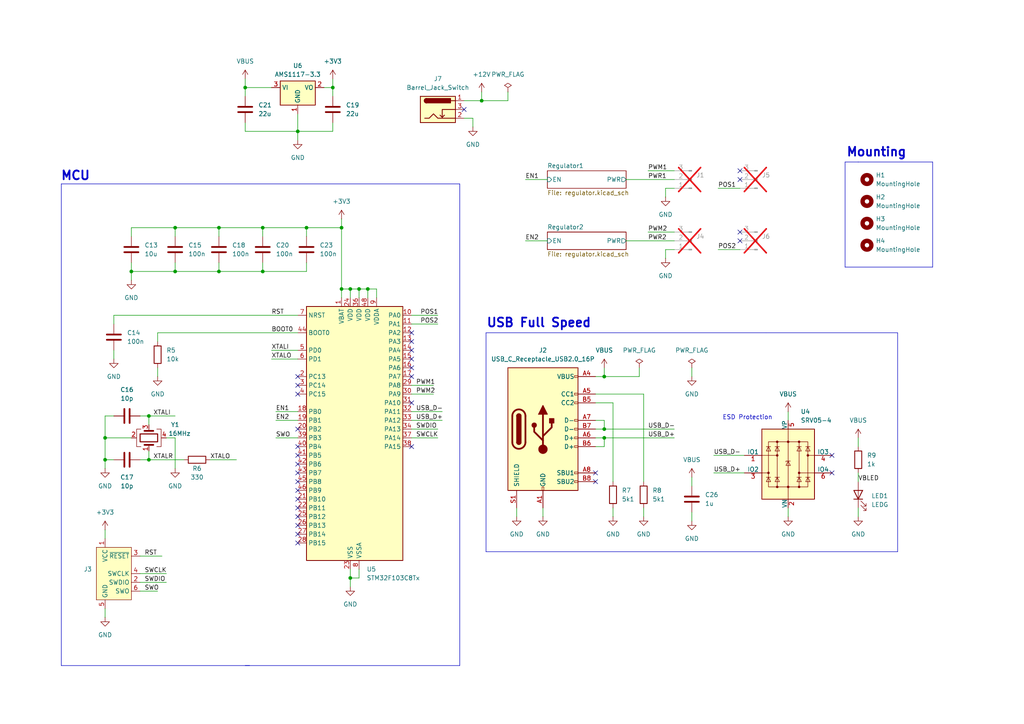
<source format=kicad_sch>
(kicad_sch (version 20231120) (generator "eeschema") (generator_version "8.0")
  (paper "A4")
  (lib_symbols
    (symbol "Connector:Barrel_Jack_Switch" (pin_names hide)
      (property "Reference" "J" (at 0 5.334 0))
      (property "Value" "Barrel_Jack_Switch" (at 0 -5.08 0))
      (symbol "Barrel_Jack_Switch_1_1"
        (pin passive line (at 7.62 2.54 180) (length 2.54) (name "~") (number "1"))
        (pin passive line (at 7.62 -2.54 180) (length 2.54) (name "~") (number "2"))
        (pin passive line (at 7.62 0 180) (length 2.54) (name "~") (number "3"))
      )
    )
    (symbol "Connector:Conn_01x03_Pin" (pin_names (offset 1.016) hide)
      (property "Reference" "J" (at 0 5.08 0))
      (property "Value" "Conn_01x03_Pin" (at 0 -5.08 0))
      (symbol "Conn_01x03_Pin_1_1"
        (pin passive line (at 5.08 2.54 180) (length 3.81) (name "Pin_1") (number "1"))
        (pin passive line (at 5.08 0 180) (length 3.81) (name "Pin_2") (number "2"))
        (pin passive line (at 5.08 -2.54 180) (length 3.81) (name "Pin_3") (number "3"))
      )
    )
    (symbol "Connector:Conn_ARM_SWD_TagConnect_TC2030-NL" (in_bom no)
      (property "Reference" "J" (at 2.54 11.43 0))
      (property "Value" "Conn_ARM_SWD_TagConnect_TC2030-NL" (at 2.54 8.89 0))
      (symbol "Conn_ARM_SWD_TagConnect_TC2030-NL_0_0"
        (pin power_in line (at -2.54 10.16 270) (length 2.54) (name "VCC") (number "1"))
        (pin bidirectional line (at 7.62 -2.54 180) (length 2.54) (name "SWDIO") (number "2"))
        (pin open_collector line (at 7.62 5.08 180) (length 2.54) (name "~{RESET}") (number "3"))
        (pin output line (at 7.62 0 180) (length 2.54) (name "SWCLK") (number "4"))
        (pin power_in line (at -2.54 -10.16 90) (length 2.54) (name "GND") (number "5"))
        (pin input line (at 7.62 -5.08 180) (length 2.54) (name "SWO") (number "6"))
      )
    )
    (symbol "Connector:USB_C_Receptacle_USB2.0_16P" (pin_names (offset 1.016))
      (property "Reference" "J" (at 0 22.225 0))
      (property "Value" "USB_C_Receptacle_USB2.0_16P" (at 0 19.685 0))
      (symbol "USB_C_Receptacle_USB2.0_16P_1_1"
        (pin passive line (at 0 -22.86 90) (length 5.08) (name "GND") (number "A1"))
        (pin passive line (at 0 -22.86 90) (length 5.08) hide (name "GND") (number "A12"))
        (pin passive line (at 15.24 15.24 180) (length 5.08) (name "VBUS") (number "A4"))
        (pin bidirectional line (at 15.24 10.16 180) (length 5.08) (name "CC1") (number "A5"))
        (pin bidirectional line (at 15.24 -2.54 180) (length 5.08) (name "D+") (number "A6"))
        (pin bidirectional line (at 15.24 2.54 180) (length 5.08) (name "D-") (number "A7"))
        (pin bidirectional line (at 15.24 -12.7 180) (length 5.08) (name "SBU1") (number "A8"))
        (pin passive line (at 15.24 15.24 180) (length 5.08) hide (name "VBUS") (number "A9"))
        (pin passive line (at 0 -22.86 90) (length 5.08) hide (name "GND") (number "B1"))
        (pin passive line (at 0 -22.86 90) (length 5.08) hide (name "GND") (number "B12"))
        (pin passive line (at 15.24 15.24 180) (length 5.08) hide (name "VBUS") (number "B4"))
        (pin bidirectional line (at 15.24 7.62 180) (length 5.08) (name "CC2") (number "B5"))
        (pin bidirectional line (at 15.24 -5.08 180) (length 5.08) (name "D+") (number "B6"))
        (pin bidirectional line (at 15.24 0 180) (length 5.08) (name "D-") (number "B7"))
        (pin bidirectional line (at 15.24 -15.24 180) (length 5.08) (name "SBU2") (number "B8"))
        (pin passive line (at 15.24 15.24 180) (length 5.08) hide (name "VBUS") (number "B9"))
        (pin passive line (at -7.62 -22.86 90) (length 5.08) (name "SHIELD") (number "S1"))
      )
    )
    (symbol "Device:C" (pin_numbers hide) (pin_names (offset 0.254))
      (property "Reference" "C" (at 0.635 2.54 0))
      (property "Value" "C" (at 0.635 -2.54 0))
      (symbol "C_1_1"
        (pin passive line (at 0 3.81 270) (length 2.794) (name "~") (number "1"))
        (pin passive line (at 0 -3.81 90) (length 2.794) (name "~") (number "2"))
      )
    )
    (symbol "Device:Crystal_GND24" (pin_names (offset 1.016) hide)
      (property "Reference" "Y" (at 3.175 5.08 0))
      (property "Value" "Crystal_GND24" (at 3.175 3.175 0))
      (symbol "Crystal_GND24_1_1"
        (pin passive line (at -3.81 0 0) (length 1.27) (name "1") (number "1"))
        (pin passive line (at 0 5.08 270) (length 1.27) (name "2") (number "2"))
        (pin passive line (at 3.81 0 180) (length 1.27) (name "3") (number "3"))
        (pin passive line (at 0 -5.08 90) (length 1.27) (name "4") (number "4"))
      )
    )
    (symbol "Device:LED" (pin_numbers hide) (pin_names (offset 1.016) hide)
      (property "Reference" "D" (at 0 2.54 0))
      (property "Value" "LED" (at 0 -2.54 0))
      (symbol "LED_1_1"
        (pin passive line (at -3.81 0 0) (length 2.54) (name "K") (number "1"))
        (pin passive line (at 3.81 0 180) (length 2.54) (name "A") (number "2"))
      )
    )
    (symbol "Device:R" (pin_numbers hide) (pin_names (offset 0))
      (property "Reference" "R" (at 2.032 0 90))
      (property "Value" "R" (at 0 0 90))
      (symbol "R_1_1"
        (pin passive line (at 0 3.81 270) (length 1.27) (name "~") (number "1"))
        (pin passive line (at 0 -3.81 90) (length 1.27) (name "~") (number "2"))
      )
    )
    (symbol "GND_1" (power) (pin_numbers hide) (pin_names (offset 0) hide)
      (property "Value" "GND" (at 0 -3.81 0))
      (symbol "GND_1_1_1"
        (pin power_in line (at 0 0 270) (length 0) (name "~") (number "1"))
      )
    )
    (symbol "GND_10" (power) (pin_numbers hide) (pin_names (offset 0) hide)
      (property "Value" "GND" (at 0 -3.81 0))
      (symbol "GND_10_1_1"
        (pin power_in line (at 0 0 270) (length 0) (name "~") (number "1"))
      )
    )
    (symbol "GND_12" (power) (pin_numbers hide) (pin_names (offset 0) hide)
      (property "Value" "GND" (at 0 -3.81 0))
      (symbol "GND_12_1_1"
        (pin power_in line (at 0 0 270) (length 0) (name "~") (number "1"))
      )
    )
    (symbol "GND_13" (power) (pin_numbers hide) (pin_names (offset 0) hide)
      (property "Value" "GND" (at 0 -3.81 0))
      (symbol "GND_13_1_1"
        (pin power_in line (at 0 0 270) (length 0) (name "~") (number "1"))
      )
    )
    (symbol "GND_14" (power) (pin_numbers hide) (pin_names (offset 0) hide)
      (property "Value" "GND" (at 0 -3.81 0))
      (symbol "GND_14_1_1"
        (pin power_in line (at 0 0 270) (length 0) (name "~") (number "1"))
      )
    )
    (symbol "GND_16" (power) (pin_numbers hide) (pin_names (offset 0) hide)
      (property "Value" "GND" (at 0 -3.81 0))
      (symbol "GND_16_1_1"
        (pin power_in line (at 0 0 270) (length 0) (name "~") (number "1"))
      )
    )
    (symbol "GND_17" (power) (pin_numbers hide) (pin_names (offset 0) hide)
      (property "Value" "GND" (at 0 -3.81 0))
      (symbol "GND_17_1_1"
        (pin power_in line (at 0 0 270) (length 0) (name "~") (number "1"))
      )
    )
    (symbol "GND_2" (power) (pin_numbers hide) (pin_names (offset 0) hide)
      (property "Value" "GND" (at 0 -3.81 0))
      (symbol "GND_2_1_1"
        (pin power_in line (at 0 0 270) (length 0) (name "~") (number "1"))
      )
    )
    (symbol "GND_6" (power) (pin_numbers hide) (pin_names (offset 0) hide)
      (property "Value" "GND" (at 0 -3.81 0))
      (symbol "GND_6_1_1"
        (pin power_in line (at 0 0 270) (length 0) (name "~") (number "1"))
      )
    )
    (symbol "GND_9" (power) (pin_numbers hide) (pin_names (offset 0) hide)
      (property "Value" "GND" (at 0 -3.81 0))
      (symbol "GND_9_1_1"
        (pin power_in line (at 0 0 270) (length 0) (name "~") (number "1"))
      )
    )
    (symbol "MCU_ST_STM32F1:STM32F103C8Tx"
      (property "Reference" "U" (at -12.7 39.37 0))
      (property "Value" "STM32F103C8Tx" (at 10.16 39.37 0))
      (symbol "STM32F103C8Tx_1_1"
        (pin power_in line (at -2.54 40.64 270) (length 2.54) (name "VBAT") (number "1"))
        (pin bidirectional line (at 17.78 35.56 180) (length 2.54) (name "PA0") (number "10"))
        (pin bidirectional line (at 17.78 33.02 180) (length 2.54) (name "PA1") (number "11"))
        (pin bidirectional line (at 17.78 30.48 180) (length 2.54) (name "PA2") (number "12"))
        (pin bidirectional line (at 17.78 27.94 180) (length 2.54) (name "PA3") (number "13"))
        (pin bidirectional line (at 17.78 25.4 180) (length 2.54) (name "PA4") (number "14"))
        (pin bidirectional line (at 17.78 22.86 180) (length 2.54) (name "PA5") (number "15"))
        (pin bidirectional line (at 17.78 20.32 180) (length 2.54) (name "PA6") (number "16"))
        (pin bidirectional line (at 17.78 17.78 180) (length 2.54) (name "PA7") (number "17"))
        (pin bidirectional line (at -15.24 7.62 0) (length 2.54) (name "PB0") (number "18"))
        (pin bidirectional line (at -15.24 5.08 0) (length 2.54) (name "PB1") (number "19"))
        (pin bidirectional line (at -15.24 17.78 0) (length 2.54) (name "PC13") (number "2"))
        (pin bidirectional line (at -15.24 2.54 0) (length 2.54) (name "PB2") (number "20"))
        (pin bidirectional line (at -15.24 -17.78 0) (length 2.54) (name "PB10") (number "21"))
        (pin bidirectional line (at -15.24 -20.32 0) (length 2.54) (name "PB11") (number "22"))
        (pin power_in line (at 0 -38.1 90) (length 2.54) (name "VSS") (number "23"))
        (pin power_in line (at 0 40.64 270) (length 2.54) (name "VDD") (number "24"))
        (pin bidirectional line (at -15.24 -22.86 0) (length 2.54) (name "PB12") (number "25"))
        (pin bidirectional line (at -15.24 -25.4 0) (length 2.54) (name "PB13") (number "26"))
        (pin bidirectional line (at -15.24 -27.94 0) (length 2.54) (name "PB14") (number "27"))
        (pin bidirectional line (at -15.24 -30.48 0) (length 2.54) (name "PB15") (number "28"))
        (pin bidirectional line (at 17.78 15.24 180) (length 2.54) (name "PA8") (number "29"))
        (pin bidirectional line (at -15.24 15.24 0) (length 2.54) (name "PC14") (number "3"))
        (pin bidirectional line (at 17.78 12.7 180) (length 2.54) (name "PA9") (number "30"))
        (pin bidirectional line (at 17.78 10.16 180) (length 2.54) (name "PA10") (number "31"))
        (pin bidirectional line (at 17.78 7.62 180) (length 2.54) (name "PA11") (number "32"))
        (pin bidirectional line (at 17.78 5.08 180) (length 2.54) (name "PA12") (number "33"))
        (pin bidirectional line (at 17.78 2.54 180) (length 2.54) (name "PA13") (number "34"))
        (pin passive line (at 0 -38.1 90) (length 2.54) hide (name "VSS") (number "35"))
        (pin power_in line (at 2.54 40.64 270) (length 2.54) (name "VDD") (number "36"))
        (pin bidirectional line (at 17.78 0 180) (length 2.54) (name "PA14") (number "37"))
        (pin bidirectional line (at 17.78 -2.54 180) (length 2.54) (name "PA15") (number "38"))
        (pin bidirectional line (at -15.24 0 0) (length 2.54) (name "PB3") (number "39"))
        (pin bidirectional line (at -15.24 12.7 0) (length 2.54) (name "PC15") (number "4"))
        (pin bidirectional line (at -15.24 -2.54 0) (length 2.54) (name "PB4") (number "40"))
        (pin bidirectional line (at -15.24 -5.08 0) (length 2.54) (name "PB5") (number "41"))
        (pin bidirectional line (at -15.24 -7.62 0) (length 2.54) (name "PB6") (number "42"))
        (pin bidirectional line (at -15.24 -10.16 0) (length 2.54) (name "PB7") (number "43"))
        (pin input line (at -15.24 30.48 0) (length 2.54) (name "BOOT0") (number "44"))
        (pin bidirectional line (at -15.24 -12.7 0) (length 2.54) (name "PB8") (number "45"))
        (pin bidirectional line (at -15.24 -15.24 0) (length 2.54) (name "PB9") (number "46"))
        (pin passive line (at 0 -38.1 90) (length 2.54) hide (name "VSS") (number "47"))
        (pin power_in line (at 5.08 40.64 270) (length 2.54) (name "VDD") (number "48"))
        (pin bidirectional line (at -15.24 25.4 0) (length 2.54) (name "PD0") (number "5"))
        (pin bidirectional line (at -15.24 22.86 0) (length 2.54) (name "PD1") (number "6"))
        (pin input line (at -15.24 35.56 0) (length 2.54) (name "NRST") (number "7"))
        (pin power_in line (at 2.54 -38.1 90) (length 2.54) (name "VSSA") (number "8"))
        (pin power_in line (at 7.62 40.64 270) (length 2.54) (name "VDDA") (number "9"))
      )
    )
    (symbol "Mechanical:MountingHole" (pin_names (offset 1.016)) (exclude_from_sim yes) (in_bom no)
      (property "Reference" "H" (at 0 5.08 0))
      (property "Value" "MountingHole" (at 0 3.175 0))
    )
    (symbol "Power_Protection:SRV05-4" (pin_names (offset 0))
      (property "Reference" "U" (at -5.08 11.43 0))
      (property "Value" "SRV05-4" (at 2.54 11.43 0))
      (symbol "SRV05-4_1_1"
        (pin passive line (at -12.7 2.54 0) (length 5.08) (name "IO1") (number "1"))
        (pin passive line (at 0 -12.7 90) (length 2.54) (name "VN") (number "2"))
        (pin passive line (at -12.7 -2.54 0) (length 5.08) (name "IO2") (number "3"))
        (pin passive line (at 12.7 2.54 180) (length 5.08) (name "IO3") (number "4"))
        (pin passive line (at 0 12.7 270) (length 2.54) (name "VP") (number "5"))
        (pin passive line (at 12.7 -2.54 180) (length 5.08) (name "IO4") (number "6"))
      )
    )
    (symbol "Regulator_Linear:AMS1117-3.3"
      (property "Reference" "U" (at -3.81 3.175 0))
      (property "Value" "AMS1117-3.3" (at 0 3.175 0))
      (symbol "AMS1117-3.3_1_1"
        (pin power_in line (at 0 -7.62 90) (length 2.54) (name "GND") (number "1"))
        (pin power_out line (at 7.62 0 180) (length 2.54) (name "VO") (number "2"))
        (pin power_in line (at -7.62 0 0) (length 2.54) (name "VI") (number "3"))
      )
    )
    (symbol "power:+12V" (power) (pin_numbers hide) (pin_names (offset 0) hide)
      (property "Value" "+12V" (at 0 3.556 0))
      (symbol "+12V_1_1"
        (pin power_in line (at 0 0 90) (length 0) (name "~") (number "1"))
      )
    )
    (symbol "power:+3V3" (power) (pin_numbers hide) (pin_names (offset 0) hide)
      (property "Value" "+3V3" (at 0 3.556 0))
      (symbol "+3V3_1_1"
        (pin power_in line (at 0 0 90) (length 0) (name "~") (number "1"))
      )
    )
    (symbol "power:GND" (power) (pin_numbers hide) (pin_names (offset 0) hide)
      (property "Value" "GND" (at 0 -3.81 0))
      (symbol "GND_1_1"
        (pin power_in line (at 0 0 270) (length 0) (name "~") (number "1"))
      )
    )
    (symbol "power:PWR_FLAG" (power) (pin_numbers hide) (pin_names (offset 0) hide)
      (property "Value" "PWR_FLAG" (at 0 3.81 0))
      (symbol "PWR_FLAG_0_0"
        (pin power_out line (at 0 0 90) (length 0) (name "~") (number "1"))
      )
    )
    (symbol "power:VBUS" (power) (pin_numbers hide) (pin_names (offset 0) hide)
      (property "Value" "VBUS" (at 0 3.556 0))
      (symbol "VBUS_1_1"
        (pin power_in line (at 0 0 90) (length 0) (name "~") (number "1"))
      )
    )
    (symbol "power:VDD" (power) (pin_numbers hide) (pin_names (offset 0) hide)
      (property "Value" "VDD" (at 0 3.556 0))
      (symbol "VDD_1_1"
        (pin power_in line (at 0 0 90) (length 0) (name "~") (number "1"))
      )
    )
  )
  (junction (at 76.2 78.74))
  (junction (at 99.06 83.82))
  (junction (at 30.48 127))
  (junction (at 96.52 25.4))
  (junction (at 86.36 38.1))
  (junction (at 106.68 83.82))
  (junction (at 99.06 66.04))
  (junction (at 63.5 78.74))
  (junction (at 175.26 127))
  (junction (at 139.7 29.21))
  (junction (at 88.9 66.04))
  (junction (at 30.48 133.35))
  (junction (at 101.6 83.82))
  (junction (at 175.26 124.46))
  (junction (at 175.26 109.22))
  (junction (at 63.5 66.04))
  (junction (at 50.8 66.04))
  (junction (at 71.12 25.4))
  (junction (at 38.1 78.74))
  (junction (at 76.2 66.04))
  (junction (at 104.14 83.82))
  (junction (at 43.18 120.65))
  (junction (at 101.6 167.64))
  (junction (at 50.8 78.74))
  (junction (at 43.18 133.35))
  (no_connect (at 119.38 129.54))
  (no_connect (at 214.63 49.53))
  (no_connect (at 241.3 137.16))
  (no_connect (at 86.36 109.22))
  (no_connect (at 119.38 106.68))
  (no_connect (at 86.36 139.7))
  (no_connect (at 119.38 96.52))
  (no_connect (at 119.38 104.14))
  (no_connect (at 86.36 134.62))
  (no_connect (at 86.36 152.4))
  (no_connect (at 86.36 149.86))
  (no_connect (at 214.63 52.07))
  (no_connect (at 172.72 139.7))
  (no_connect (at 86.36 137.16))
  (no_connect (at 86.36 111.76))
  (no_connect (at 86.36 132.08))
  (no_connect (at 86.36 147.32))
  (no_connect (at 86.36 114.3))
  (no_connect (at 86.36 129.54))
  (no_connect (at 119.38 101.6))
  (no_connect (at 119.38 116.84))
  (no_connect (at 86.36 144.78))
  (no_connect (at 172.72 137.16))
  (no_connect (at 119.38 109.22))
  (no_connect (at 241.3 132.08))
  (no_connect (at 86.36 124.46))
  (no_connect (at 134.62 31.75))
  (no_connect (at 214.63 67.31))
  (no_connect (at 214.63 69.85))
  (no_connect (at 119.38 99.06))
  (no_connect (at 86.36 154.94))
  (no_connect (at 86.36 142.24))
  (no_connect (at 86.36 157.48))
  (wire (pts (xy 76.2 78.74) (xy 88.9 78.74)))
  (wire (pts (xy 106.68 83.82) (xy 106.68 86.36)))
  (wire (pts (xy 139.7 29.21) (xy 147.32 29.21)))
  (wire (pts (xy 101.6 165.1) (xy 101.6 167.64)))
  (polyline (pts (xy 245.11 77.47) (xy 245.11 46.99)))
  (wire (pts (xy 38.1 68.58) (xy 38.1 66.04)))
  (wire (pts (xy 248.92 127) (xy 248.92 129.54)))
  (wire (pts (xy 86.36 96.52) (xy 45.72 96.52)))
  (wire (pts (xy 185.42 109.22) (xy 175.26 109.22)))
  (wire (pts (xy 172.72 129.54) (xy 175.26 129.54)))
  (wire (pts (xy 193.04 54.61) (xy 195.58 54.61)))
  (wire (pts (xy 137.16 36.83) (xy 137.16 34.29)))
  (polyline (pts (xy 270.51 77.47) (xy 245.11 77.47)))
  (wire (pts (xy 30.48 135.89) (xy 30.48 133.35)))
  (wire (pts (xy 186.69 147.32) (xy 186.69 149.86)))
  (wire (pts (xy 119.38 121.92) (xy 128.27 121.92)))
  (wire (pts (xy 43.18 133.35) (xy 40.64 133.35)))
  (wire (pts (xy 50.8 127) (xy 50.8 135.89)))
  (wire (pts (xy 78.74 101.6) (xy 86.36 101.6)))
  (wire (pts (xy 80.01 127) (xy 86.36 127)))
  (wire (pts (xy 185.42 106.68) (xy 185.42 109.22)))
  (wire (pts (xy 181.61 69.85) (xy 195.58 69.85)))
  (polyline (pts (xy 245.11 46.99) (xy 248.92 46.99)))
  (polyline (pts (xy 17.78 193.04) (xy 72.39 193.04)))
  (wire (pts (xy 40.64 168.91) (xy 48.26 168.91)))
  (wire (pts (xy 99.06 83.82) (xy 99.06 86.36)))
  (polyline (pts (xy 222.25 96.52) (xy 260.35 96.52)))
  (wire (pts (xy 43.18 130.81) (xy 43.18 133.35)))
  (wire (pts (xy 38.1 78.74) (xy 50.8 78.74)))
  (wire (pts (xy 71.12 35.56) (xy 71.12 38.1)))
  (wire (pts (xy 30.48 127) (xy 38.1 127)))
  (wire (pts (xy 172.72 121.92) (xy 175.26 121.92)))
  (wire (pts (xy 193.04 72.39) (xy 195.58 72.39)))
  (wire (pts (xy 43.18 133.35) (xy 53.34 133.35)))
  (wire (pts (xy 175.26 127) (xy 195.58 127)))
  (wire (pts (xy 200.66 148.59) (xy 200.66 151.13)))
  (wire (pts (xy 119.38 114.3) (xy 125.73 114.3)))
  (wire (pts (xy 76.2 76.2) (xy 76.2 78.74)))
  (wire (pts (xy 119.38 93.98) (xy 127 93.98)))
  (wire (pts (xy 99.06 83.82) (xy 101.6 83.82)))
  (wire (pts (xy 88.9 66.04) (xy 76.2 66.04)))
  (wire (pts (xy 175.26 106.68) (xy 175.26 109.22)))
  (wire (pts (xy 99.06 63.5) (xy 99.06 66.04)))
  (wire (pts (xy 88.9 66.04) (xy 99.06 66.04)))
  (wire (pts (xy 33.02 91.44) (xy 86.36 91.44)))
  (wire (pts (xy 45.72 96.52) (xy 45.72 99.06)))
  (wire (pts (xy 43.18 120.65) (xy 50.8 120.65)))
  (wire (pts (xy 30.48 120.65) (xy 33.02 120.65)))
  (wire (pts (xy 207.01 132.08) (xy 215.9 132.08)))
  (wire (pts (xy 63.5 76.2) (xy 63.5 78.74)))
  (wire (pts (xy 175.26 121.92) (xy 175.26 124.46)))
  (wire (pts (xy 43.18 120.65) (xy 40.64 120.65)))
  (wire (pts (xy 30.48 127) (xy 30.48 120.65)))
  (wire (pts (xy 76.2 66.04) (xy 76.2 68.58)))
  (wire (pts (xy 50.8 66.04) (xy 63.5 66.04)))
  (wire (pts (xy 80.01 121.92) (xy 86.36 121.92)))
  (polyline (pts (xy 248.92 46.99) (xy 270.51 46.99)))
  (polyline (pts (xy 17.78 53.34) (xy 17.78 193.04)))
  (wire (pts (xy 50.8 76.2) (xy 50.8 78.74)))
  (wire (pts (xy 119.38 124.46) (xy 127 124.46)))
  (wire (pts (xy 38.1 66.04) (xy 50.8 66.04)))
  (wire (pts (xy 38.1 78.74) (xy 38.1 81.28)))
  (wire (pts (xy 119.38 91.44) (xy 127 91.44)))
  (wire (pts (xy 186.69 114.3) (xy 186.69 139.7)))
  (wire (pts (xy 63.5 78.74) (xy 76.2 78.74)))
  (wire (pts (xy 106.68 83.82) (xy 109.22 83.82)))
  (wire (pts (xy 109.22 83.82) (xy 109.22 86.36)))
  (wire (pts (xy 101.6 167.64) (xy 104.14 167.64)))
  (wire (pts (xy 63.5 66.04) (xy 76.2 66.04)))
  (wire (pts (xy 147.32 29.21) (xy 147.32 26.67)))
  (polyline (pts (xy 133.35 193.04) (xy 133.35 53.34)))
  (wire (pts (xy 177.8 139.7) (xy 177.8 116.84)))
  (wire (pts (xy 96.52 25.4) (xy 96.52 27.94)))
  (wire (pts (xy 88.9 66.04) (xy 88.9 68.58)))
  (polyline (pts (xy 260.35 160.02) (xy 140.97 160.02)))
  (wire (pts (xy 139.7 29.21) (xy 134.62 29.21)))
  (wire (pts (xy 60.96 133.35) (xy 68.58 133.35)))
  (wire (pts (xy 177.8 116.84) (xy 172.72 116.84)))
  (polyline (pts (xy 71.12 193.04) (xy 133.35 193.04)))
  (wire (pts (xy 119.38 119.38) (xy 128.27 119.38)))
  (wire (pts (xy 157.48 147.32) (xy 157.48 149.86)))
  (wire (pts (xy 248.92 137.16) (xy 248.92 139.7)))
  (wire (pts (xy 228.6 119.38) (xy 228.6 121.92)))
  (wire (pts (xy 38.1 76.2) (xy 38.1 78.74)))
  (wire (pts (xy 43.18 123.19) (xy 43.18 120.65)))
  (wire (pts (xy 207.01 137.16) (xy 215.9 137.16)))
  (wire (pts (xy 193.04 72.39) (xy 193.04 74.93)))
  (wire (pts (xy 78.74 104.14) (xy 86.36 104.14)))
  (wire (pts (xy 50.8 68.58) (xy 50.8 66.04)))
  (wire (pts (xy 137.16 34.29) (xy 134.62 34.29)))
  (wire (pts (xy 104.14 83.82) (xy 104.14 86.36)))
  (wire (pts (xy 208.28 72.39) (xy 214.63 72.39)))
  (wire (pts (xy 30.48 153.67) (xy 30.48 156.21)))
  (wire (pts (xy 175.26 109.22) (xy 172.72 109.22)))
  (wire (pts (xy 30.48 133.35) (xy 30.48 127)))
  (wire (pts (xy 200.66 106.68) (xy 200.66 109.22)))
  (wire (pts (xy 187.96 49.53) (xy 195.58 49.53)))
  (wire (pts (xy 96.52 25.4) (xy 93.98 25.4)))
  (wire (pts (xy 33.02 93.98) (xy 33.02 91.44)))
  (wire (pts (xy 50.8 127) (xy 48.26 127)))
  (wire (pts (xy 71.12 25.4) (xy 78.74 25.4)))
  (polyline (pts (xy 140.97 160.02) (xy 140.97 96.52)))
  (wire (pts (xy 45.72 106.68) (xy 45.72 109.22)))
  (wire (pts (xy 99.06 66.04) (xy 99.06 83.82)))
  (polyline (pts (xy 260.35 96.52) (xy 260.35 160.02)))
  (wire (pts (xy 40.64 161.29) (xy 46.99 161.29)))
  (wire (pts (xy 187.96 67.31) (xy 195.58 67.31)))
  (wire (pts (xy 40.64 166.37) (xy 48.26 166.37)))
  (wire (pts (xy 149.86 147.32) (xy 149.86 149.86)))
  (wire (pts (xy 30.48 176.53) (xy 30.48 179.07)))
  (wire (pts (xy 101.6 167.64) (xy 101.6 170.18)))
  (wire (pts (xy 101.6 83.82) (xy 104.14 83.82)))
  (wire (pts (xy 50.8 78.74) (xy 63.5 78.74)))
  (wire (pts (xy 104.14 83.82) (xy 106.68 83.82)))
  (wire (pts (xy 30.48 133.35) (xy 33.02 133.35)))
  (wire (pts (xy 71.12 22.86) (xy 71.12 25.4)))
  (wire (pts (xy 71.12 27.94) (xy 71.12 25.4)))
  (polyline (pts (xy 140.97 96.52) (xy 222.25 96.52)))
  (wire (pts (xy 63.5 66.04) (xy 63.5 68.58)))
  (wire (pts (xy 228.6 147.32) (xy 228.6 149.86)))
  (wire (pts (xy 119.38 127) (xy 127 127)))
  (wire (pts (xy 101.6 83.82) (xy 101.6 86.36)))
  (wire (pts (xy 96.52 22.86) (xy 96.52 25.4)))
  (wire (pts (xy 172.72 124.46) (xy 175.26 124.46)))
  (wire (pts (xy 139.7 29.21) (xy 139.7 26.67)))
  (wire (pts (xy 200.66 138.43) (xy 200.66 140.97)))
  (wire (pts (xy 40.64 171.45) (xy 45.72 171.45)))
  (wire (pts (xy 175.26 124.46) (xy 195.58 124.46)))
  (wire (pts (xy 86.36 33.02) (xy 86.36 38.1)))
  (wire (pts (xy 172.72 114.3) (xy 186.69 114.3)))
  (wire (pts (xy 177.8 147.32) (xy 177.8 149.86)))
  (wire (pts (xy 86.36 38.1) (xy 86.36 40.64)))
  (wire (pts (xy 181.61 52.07) (xy 195.58 52.07)))
  (wire (pts (xy 80.01 119.38) (xy 86.36 119.38)))
  (wire (pts (xy 193.04 54.61) (xy 193.04 57.15)))
  (wire (pts (xy 71.12 38.1) (xy 86.36 38.1)))
  (wire (pts (xy 172.72 127) (xy 175.26 127)))
  (wire (pts (xy 86.36 38.1) (xy 96.52 38.1)))
  (wire (pts (xy 152.4 52.07) (xy 158.75 52.07)))
  (wire (pts (xy 175.26 129.54) (xy 175.26 127)))
  (wire (pts (xy 119.38 111.76) (xy 125.73 111.76)))
  (wire (pts (xy 104.14 167.64) (xy 104.14 165.1)))
  (wire (pts (xy 96.52 38.1) (xy 96.52 35.56)))
  (wire (pts (xy 152.4 69.85) (xy 158.75 69.85)))
  (wire (pts (xy 248.92 147.32) (xy 248.92 149.86)))
  (wire (pts (xy 208.28 54.61) (xy 214.63 54.61)))
  (wire (pts (xy 33.02 101.6) (xy 33.02 104.14)))
  (polyline (pts (xy 133.35 53.34) (xy 17.78 53.34)))
  (wire (pts (xy 88.9 76.2) (xy 88.9 78.74)))
  (polyline (pts (xy 270.51 46.99) (xy 270.51 77.47)))
  (text "Mounting" (at 245.364 45.72 0) (effects (font (size 2.54 2.54) (thickness 0.508) (bold yes)) (justify left bottom)))
  (text "ESD Protection" (at 209.55 121.92 0) (effects (font (size 1.27 1.27)) (justify left bottom)))
  (text "MCU" (at 17.526 52.578 0) (effects (font (size 2.54 2.54) (thickness 0.508) (bold yes)) (justify left bottom)))
  (text "USB Full Speed" (at 140.97 95.25 0) (effects (font (size 2.54 2.54) (thickness 0.508) (bold yes)) (justify left bottom)))
  (label "USB_D-" (at 187.96 124.46 0))
  (label "SWDIO" (at 41.91 168.91 0))
  (label "RST" (at 41.91 161.29 0))
  (label "XTALI" (at 44.45 120.65 0))
  (label "SWO" (at 80.01 127 0))
  (label "PWM1" (at 187.96 49.53 0))
  (label "VBLED" (at 248.92 139.7 0))
  (label "PWR1" (at 187.96 52.07 0))
  (label "USB_D+" (at 187.96 127 0))
  (label "XTALI" (at 78.74 101.6 0))
  (label "XTALO" (at 78.74 104.14 0))
  (label "PWM2" (at 187.96 67.31 0))
  (label "USB_D+" (at 207.01 137.16 0))
  (label "POS2" (at 208.28 72.39 0))
  (label "XTALO" (at 60.96 133.35 0))
  (label "USB_D-" (at 207.01 132.08 0))
  (label "PWR2" (at 187.96 69.85 0))
  (label "POS1" (at 121.92 91.44 0))
  (label "USB_D-" (at 120.65 119.38 0))
  (label "EN1" (at 152.4 52.07 0))
  (label "PWM2" (at 120.65 114.3 0))
  (label "POS2" (at 121.92 93.98 0))
  (label "BOOT0" (at 78.74 96.52 0))
  (label "EN1" (at 80.01 119.38 0))
  (label "SWCLK" (at 41.91 166.37 0))
  (label "SWO" (at 41.91 171.45 0))
  (label "SWDIO" (at 120.65 124.46 0))
  (label "USB_D+" (at 120.65 121.92 0))
  (label "SWCLK" (at 120.65 127 0))
  (label "XTALR" (at 44.45 133.35 0))
  (label "POS1" (at 208.28 54.61 0))
  (label "EN2" (at 152.4 69.85 0))
  (label "EN2" (at 80.01 121.92 0))
  (label "RST" (at 78.74 91.44 0))
  (label "PWM1" (at 120.65 111.76 0))
  (symbol (lib_id "Device:R") (at 177.8 143.51 0) (unit 1)
    (property "Reference" "R7" (at 180.34 142.24 0) (effects (justify left)))
    (property "Value" "5k1" (at 180.34 144.78 0) (effects (justify left)))
    (property "Footprint" "Resistor_SMD:R_0402_1005Metric" (effects (hide yes)))
  )
  (symbol (lib_id "Device:R") (at 57.15 133.35 90) (unit 1)
    (property "Reference" "R6" (at 57.15 135.89 90))
    (property "Value" "330" (at 57.15 138.43 90))
    (property "Footprint" "Resistor_SMD:R_0402_1005Metric" (effects (hide yes)))
  )
  (symbol (lib_id "power:VBUS") (at 200.66 138.43 0) (unit 1)
    (property "Reference" "#PWR036" (effects (hide yes)))
    (property "Value" "VBUS" (at 200.66 133.35 0))
    (property "Description" "Power symbol creates a global label with name \"VBUS\"" (effects (hide yes)))
  )
  (symbol (lib_id "power:VBUS") (at 175.26 106.68 0) (unit 1)
    (property "Reference" "#PWR032" (effects (hide yes)))
    (property "Value" "VBUS" (at 175.26 101.6 0))
    (property "Description" "Power symbol creates a global label with name \"VBUS\"" (effects (hide yes)))
  )
  (symbol (lib_id "Device:R") (at 45.72 102.87 0) (unit 1)
    (property "Reference" "R5" (at 48.26 101.5999 0) (effects (justify left)))
    (property "Value" "10k" (at 48.26 104.1399 0) (effects (justify left)))
    (property "Footprint" "Resistor_SMD:R_0402_1005Metric" (effects (hide yes)))
    (property "Description" "Resistor" (effects (hide yes)))
  )
  (symbol (lib_name "GND_14") (lib_id "power:GND") (at 193.04 57.15 0) (unit 1)
    (property "Reference" "#PWR021" (effects (hide yes)))
    (property "Value" "GND" (at 193.04 62.23 0))
    (property "Description" "Power symbol creates a global label with name \"GND\" , ground" (effects (hide yes)))
  )
  (symbol (lib_id "power:+3V3") (at 96.52 22.86 0) (unit 1)
    (property "Reference" "#PWR025" (effects (hide yes)))
    (property "Value" "+3V3" (at 96.52 17.78 0))
    (property "Description" "Power symbol creates a global label with name \"+3V3\"" (effects (hide yes)))
  )
  (symbol (lib_id "Device:C") (at 33.02 97.79 0) (unit 1)
    (property "Reference" "C14" (at 36.83 96.5199 0) (effects (justify left)))
    (property "Value" "100n" (at 36.83 99.0599 0) (effects (justify left)))
    (property "Footprint" "Capacitor_SMD:C_0402_1005Metric" (effects (hide yes)))
    (property "Description" "Unpolarized capacitor" (effects (hide yes)))
  )
  (symbol (lib_id "MCU_ST_STM32F1:STM32F103C8Tx") (at 101.6 127 0) (unit 1)
    (property "Reference" "U5" (at 106.3341 165.1 0) (effects (justify left)))
    (property "Value" "STM32F103C8Tx" (at 106.3341 167.64 0) (effects (justify left)))
    (property "Footprint" "Package_QFP:LQFP-48_7x7mm_P0.5mm" (effects (hide yes)))
    (property "Datasheet" "https://www.st.com/resource/en/datasheet/stm32f103c8.pdf" (effects (hide yes)))
    (property "Description" "STMicroelectronics Arm Cortex-M3 MCU, 64KB flash, 20KB RAM, 72 MHz, 2.0-3.6V, 37 GPIO, LQFP48" (effects (hide yes)))
  )
  (symbol (lib_id "power:GND") (at 50.8 135.89 0) (unit 1)
    (property "Reference" "#PWR023" (effects (hide yes)))
    (property "Value" "GND" (at 50.8 140.97 0))
    (property "Description" "Power symbol creates a global label with name \"GND\" , ground" (effects (hide yes)))
  )
  (symbol (lib_id "Connector:USB_C_Receptacle_USB2.0_16P") (at 157.48 124.46 0) (unit 1)
    (property "Reference" "J2" (at 157.48 101.6 0))
    (property "Value" "USB_C_Receptacle_USB2.0_16P" (at 157.48 104.14 0))
    (property "Footprint" "Connector_USB:USB_C_Receptacle_GCT_USB4105-xx-A_16P_TopMnt_Horizontal" (effects (hide yes)))
    (property "Datasheet" "https://www.usb.org/sites/default/files/documents/usb_type-c.zip" (effects (hide yes)))
    (property "Description" "USB 2.0-only 16P Type-C Receptacle connector" (effects (hide yes)))
    (property "LCSC" "C165948" (effects (hide yes)))
  )
  (symbol (lib_name "GND_13") (lib_id "power:GND") (at 200.66 151.13 0) (unit 1)
    (property "Reference" "#PWR037" (effects (hide yes)))
    (property "Value" "GND" (at 200.66 156.21 0))
    (property "Description" "Power symbol creates a global label with name \"GND\" , ground" (effects (hide yes)))
  )
  (symbol (lib_name "GND_16") (lib_id "power:GND") (at 149.86 149.86 0) (unit 1)
    (property "Reference" "#PWR030" (effects (hide yes)))
    (property "Value" "GND" (at 149.86 154.94 0))
    (property "Description" "Power symbol creates a global label with name \"GND\" , ground" (effects (hide yes)))
  )
  (symbol (lib_id "Power_Protection:SRV05-4") (at 228.6 134.62 0) (unit 1)
    (property "Reference" "U4" (at 232.2261 119.38 0) (effects (justify left)))
    (property "Value" "SRV05-4" (at 232.2261 121.92 0) (effects (justify left)))
    (property "Footprint" "Package_TO_SOT_SMD:SOT-23-6" (effects (hide yes)))
    (property "Datasheet" "http://www.onsemi.com/pub/Collateral/SRV05-4-D.PDF" (effects (hide yes)))
    (property "LCSC" "C7420376" (effects (hide yes)))
  )
  (symbol (lib_id "Device:C") (at 96.52 31.75 0) (unit 1)
    (property "Reference" "C19" (at 100.33 30.4799 0) (effects (justify left)))
    (property "Value" "22u" (at 100.33 33.0199 0) (effects (justify left)))
    (property "Footprint" "Capacitor_SMD:C_0603_1608Metric" (effects (hide yes)))
    (property "Description" "Unpolarized capacitor" (effects (hide yes)))
  )
  (symbol (lib_id "power:+12V") (at 139.7 26.67 0) (unit 1)
    (property "Reference" "#PWR026" (effects (hide yes)))
    (property "Value" "+12V" (at 139.7 21.59 0))
    (property "Description" "Power symbol creates a global label with name \"+12V\"" (effects (hide yes)))
  )
  (symbol (lib_id "power:GND") (at 30.48 135.89 0) (unit 1)
    (property "Reference" "#PWR019" (effects (hide yes)))
    (property "Value" "GND" (at 30.48 140.97 0))
    (property "Description" "Power symbol creates a global label with name \"GND\" , ground" (effects (hide yes)))
  )
  (symbol (lib_name "GND_10") (lib_id "power:GND") (at 186.69 149.86 0) (unit 1)
    (property "Reference" "#PWR034" (effects (hide yes)))
    (property "Value" "GND" (at 186.69 154.94 0))
    (property "Description" "Power symbol creates a global label with name \"GND\" , ground" (effects (hide yes)))
  )
  (symbol (lib_name "GND_1") (lib_id "power:GND") (at 101.6 170.18 0) (unit 1)
    (property "Reference" "#PWR029" (effects (hide yes)))
    (property "Value" "GND" (at 101.6 175.26 0))
    (property "Description" "Power symbol creates a global label with name \"GND\" , ground" (effects (hide yes)))
  )
  (symbol (lib_id "Device:C") (at 36.83 133.35 90) (unit 1)
    (property "Reference" "C17" (at 36.83 138.43 90))
    (property "Value" "10p" (at 36.83 140.97 90))
    (property "Footprint" "Capacitor_SMD:C_0402_1005Metric" (effects (hide yes)))
  )
  (symbol (lib_id "power:GND") (at 86.36 40.64 0) (unit 1)
    (property "Reference" "#PWR024" (effects (hide yes)))
    (property "Value" "GND" (at 86.36 45.72 0))
    (property "Description" "Power symbol creates a global label with name \"GND\" , ground" (effects (hide yes)))
  )
  (symbol (lib_id "Device:Crystal_GND24") (at 43.18 127 90) (unit 1)
    (property "Reference" "Y1" (at 50.8 123.19 90))
    (property "Value" "16MHz" (at 52.07 125.73 90))
    (property "Footprint" "Crystal:Crystal_SMD_3225-4Pin_3.2x2.5mm" (effects (hide yes)))
  )
  (symbol (lib_name "GND_2") (lib_id "power:GND") (at 33.02 104.14 0) (unit 1)
    (property "Reference" "#PWR017" (effects (hide yes)))
    (property "Value" "GND" (at 33.02 109.22 0))
    (property "Description" "Power symbol creates a global label with name \"GND\" , ground" (effects (hide yes)))
  )
  (symbol (lib_name "GND_1") (lib_id "power:GND") (at 30.48 179.07 0) (unit 1)
    (property "Reference" "#PWR046" (effects (hide yes)))
    (property "Value" "GND" (at 30.48 184.15 0))
    (property "Description" "Power symbol creates a global label with name \"GND\" , ground" (effects (hide yes)))
  )
  (symbol (lib_id "Device:LED") (at 248.92 143.51 90) (unit 1)
    (property "Reference" "LED1" (at 252.73 143.8274 90) (effects (justify right)))
    (property "Value" "LEDG" (at 252.73 146.3674 90) (effects (justify right)))
    (property "Footprint" "LED_SMD:LED_0603_1608Metric" (effects (hide yes)))
    (property "LCSC" "C2986059" (effects (hide yes)))
  )
  (symbol (lib_id "Mechanical:MountingHole") (at 251.46 71.12 0) (unit 1) (exclude_from_sim yes) (in_bom no)
    (property "Reference" "H4" (at 254 69.8499 0) (effects (justify left)))
    (property "Value" "MountingHole" (at 254 72.3899 0) (effects (justify left)))
    (property "Footprint" "MountingHole:MountingHole_3.2mm_M3" (effects (hide yes)))
    (property "Description" "Mounting Hole without connection" (effects (hide yes)))
  )
  (symbol (lib_id "Device:C") (at 63.5 72.39 0) (unit 1)
    (property "Reference" "C18" (at 67.31 71.1199 0) (effects (justify left)))
    (property "Value" "100n" (at 67.31 73.6599 0) (effects (justify left)))
    (property "Footprint" "Capacitor_SMD:C_0402_1005Metric" (effects (hide yes)))
    (property "Description" "Unpolarized capacitor" (effects (hide yes)))
  )
  (symbol (lib_id "power:GND") (at 38.1 81.28 0) (unit 1)
    (property "Reference" "#PWR06" (effects (hide yes)))
    (property "Value" "GND" (at 38.1 86.36 0))
    (property "Description" "Power symbol creates a global label with name \"GND\" , ground" (effects (hide yes)))
  )
  (symbol (lib_id "power:VDD") (at 30.48 153.67 0) (unit 1)
    (property "Reference" "#PWR047" (effects (hide yes)))
    (property "Value" "+3V3" (at 30.48 148.59 0))
    (property "Description" "Power symbol creates a global label with name \"VDD\"" (effects (hide yes)))
  )
  (symbol (lib_name "GND_17") (lib_id "power:GND") (at 228.6 149.86 0) (unit 1)
    (property "Reference" "#PWR039" (effects (hide yes)))
    (property "Value" "GND" (at 228.6 154.94 0))
    (property "Description" "Power symbol creates a global label with name \"GND\" , ground" (effects (hide yes)))
  )
  (symbol (lib_id "Connector:Conn_01x03_Pin") (at 200.66 69.85 180) (unit 1) (dnp yes)
    (property "Reference" "J4" (at 201.93 68.5799 0) (effects (justify right)))
    (property "Value" "Conn_01x03_Pin" (effects (hide yes)))
    (property "Footprint" "Connector_PinHeader_2.54mm:PinHeader_1x03_P2.54mm_Vertical" (effects (hide yes)))
    (property "Description" "Generic connector, single row, 01x03, script generated" (effects (hide yes)))
  )
  (symbol (lib_id "Device:C") (at 36.83 120.65 90) (unit 1)
    (property "Reference" "C16" (at 36.83 113.03 90))
    (property "Value" "10p" (at 36.83 115.57 90))
    (property "Footprint" "Capacitor_SMD:C_0402_1005Metric" (effects (hide yes)))
  )
  (symbol (lib_id "Device:C") (at 76.2 72.39 0) (unit 1)
    (property "Reference" "C20" (at 80.01 71.1199 0) (effects (justify left)))
    (property "Value" "100n" (at 80.01 73.6599 0) (effects (justify left)))
    (property "Footprint" "Capacitor_SMD:C_0402_1005Metric" (effects (hide yes)))
    (property "Description" "Unpolarized capacitor" (effects (hide yes)))
  )
  (symbol (lib_id "power:GND") (at 137.16 36.83 0) (unit 1)
    (property "Reference" "#PWR027" (effects (hide yes)))
    (property "Value" "GND" (at 137.16 41.91 0))
    (property "Description" "Power symbol creates a global label with name \"GND\" , ground" (effects (hide yes)))
  )
  (symbol (lib_name "GND_2") (lib_id "power:GND") (at 45.72 109.22 0) (unit 1)
    (property "Reference" "#PWR022" (effects (hide yes)))
    (property "Value" "GND" (at 45.72 114.3 0))
    (property "Description" "Power symbol creates a global label with name \"GND\" , ground" (effects (hide yes)))
  )
  (symbol (lib_name "GND_12") (lib_id "power:GND") (at 157.48 149.86 0) (unit 1)
    (property "Reference" "#PWR031" (effects (hide yes)))
    (property "Value" "GND" (at 157.48 154.94 0))
    (property "Description" "Power symbol creates a global label with name \"GND\" , ground" (effects (hide yes)))
  )
  (symbol (lib_id "power:VBUS") (at 228.6 119.38 0) (unit 1)
    (property "Reference" "#PWR038" (effects (hide yes)))
    (property "Value" "VBUS" (at 228.6 114.3 0))
    (property "Description" "Power symbol creates a global label with name \"VBUS\"" (effects (hide yes)))
  )
  (symbol (lib_id "Connector:Barrel_Jack_Switch") (at 127 31.75 0) (unit 1)
    (property "Reference" "J7" (at 127 22.86 0))
    (property "Value" "Barrel_Jack_Switch" (at 127 25.4 0))
    (property "Footprint" "Connector_BarrelJack:BarrelJack_Horizontal" (effects (hide yes)))
    (property "Description" "DC Barrel Jack with an internal switch" (effects (hide yes)))
    (property "LCSC" "C319099" (effects (hide yes)))
  )
  (symbol (lib_id "Device:C") (at 71.12 31.75 0) (unit 1)
    (property "Reference" "C21" (at 74.93 30.4799 0) (effects (justify left)))
    (property "Value" "22u" (at 74.93 33.0199 0) (effects (justify left)))
    (property "Footprint" "Capacitor_SMD:C_0805_2012Metric" (effects (hide yes)))
    (property "Description" "Unpolarized capacitor" (effects (hide yes)))
  )
  (symbol (lib_id "power:VBUS") (at 71.12 22.86 0) (unit 1)
    (property "Reference" "#PWR042" (effects (hide yes)))
    (property "Value" "VBUS" (at 71.12 17.78 0))
    (property "Description" "Power symbol creates a global label with name \"VBUS\"" (effects (hide yes)))
  )
  (symbol (lib_id "power:PWR_FLAG") (at 200.66 106.68 0) (unit 1)
    (property "Reference" "#FLG02" (effects (hide yes)))
    (property "Value" "PWR_FLAG" (at 200.66 101.6 0))
    (property "Description" "Special symbol for telling ERC where power comes from" (effects (hide yes)))
  )
  (symbol (lib_id "power:PWR_FLAG") (at 147.32 26.67 0) (unit 1)
    (property "Reference" "#FLG05" (effects (hide yes)))
    (property "Value" "PWR_FLAG" (at 147.32 21.59 0))
    (property "Description" "Special symbol for telling ERC where power comes from" (effects (hide yes)))
  )
  (symbol (lib_name "GND_9") (lib_id "power:GND") (at 248.92 149.86 0) (unit 1)
    (property "Reference" "#PWR041" (effects (hide yes)))
    (property "Value" "GND" (at 248.92 154.94 0))
    (property "Description" "Power symbol creates a global label with name \"GND\" , ground" (effects (hide yes)))
  )
  (symbol (lib_id "Device:C") (at 38.1 72.39 0) (unit 1)
    (property "Reference" "C13" (at 41.91 71.1199 0) (effects (justify left)))
    (property "Value" "10u" (at 41.91 73.6599 0) (effects (justify left)))
    (property "Footprint" "Capacitor_SMD:C_0603_1608Metric" (effects (hide yes)))
    (property "Description" "Unpolarized capacitor" (effects (hide yes)))
  )
  (symbol (lib_id "power:VBUS") (at 248.92 127 0) (unit 1)
    (property "Reference" "#PWR040" (effects (hide yes)))
    (property "Value" "VBUS" (at 248.92 121.92 0))
    (property "Description" "Power symbol creates a global label with name \"VBUS\"" (effects (hide yes)))
  )
  (symbol (lib_name "GND_6") (lib_id "power:GND") (at 177.8 149.86 0) (unit 1)
    (property "Reference" "#PWR033" (effects (hide yes)))
    (property "Value" "GND" (at 177.8 154.94 0))
    (property "Description" "Power symbol creates a global label with name \"GND\" , ground" (effects (hide yes)))
  )
  (symbol (lib_name "GND_14") (lib_id "power:GND") (at 200.66 109.22 0) (unit 1)
    (property "Reference" "#PWR035" (effects (hide yes)))
    (property "Value" "GND" (at 200.66 114.3 0))
    (property "Description" "Power symbol creates a global label with name \"GND\" , ground" (effects (hide yes)))
  )
  (symbol (lib_id "Mechanical:MountingHole") (at 251.46 64.77 0) (unit 1) (exclude_from_sim yes) (in_bom no)
    (property "Reference" "H3" (at 254 63.4999 0) (effects (justify left)))
    (property "Value" "MountingHole" (at 254 66.0399 0) (effects (justify left)))
    (property "Footprint" "MountingHole:MountingHole_3.2mm_M3" (effects (hide yes)))
    (property "Description" "Mounting Hole without connection" (effects (hide yes)))
  )
  (symbol (lib_id "Connector:Conn_01x03_Pin") (at 219.71 69.85 180) (unit 1) (dnp yes)
    (property "Reference" "J6" (at 220.98 68.5799 0) (effects (justify right)))
    (property "Value" "Conn_01x03_Pin" (effects (hide yes)))
    (property "Footprint" "Connector_PinHeader_2.54mm:PinHeader_1x03_P2.54mm_Vertical" (effects (hide yes)))
    (property "Description" "Generic connector, single row, 01x03, script generated" (effects (hide yes)))
  )
  (symbol (lib_id "Regulator_Linear:AMS1117-3.3") (at 86.36 25.4 0) (unit 1)
    (property "Reference" "U6" (at 86.36 19.05 0))
    (property "Value" "AMS1117-3.3" (at 86.36 21.59 0))
    (property "Footprint" "Package_TO_SOT_SMD:SOT-223-3_TabPin2" (effects (hide yes)))
    (property "Datasheet" "http://www.advanced-monolithic.com/pdf/ds1117.pdf" (effects (hide yes)))
    (property "Description" "1A Low Dropout regulator, positive, 3.3V fixed output, SOT-223" (effects (hide yes)))
  )
  (symbol (lib_id "Mechanical:MountingHole") (at 251.46 52.07 0) (unit 1) (exclude_from_sim yes) (in_bom no)
    (property "Reference" "H1" (at 254 50.7999 0) (effects (justify left)))
    (property "Value" "MountingHole" (at 254 53.3399 0) (effects (justify left)))
    (property "Footprint" "MountingHole:MountingHole_3.2mm_M3" (effects (hide yes)))
    (property "Description" "Mounting Hole without connection" (effects (hide yes)))
  )
  (symbol (lib_id "Connector:Conn_01x03_Pin") (at 200.66 52.07 180) (unit 1) (dnp yes)
    (property "Reference" "J1" (at 201.93 50.7999 0) (effects (justify right)))
    (property "Value" "Conn_01x03_Pin" (effects (hide yes)))
    (property "Footprint" "Connector_PinHeader_2.54mm:PinHeader_1x03_P2.54mm_Vertical" (effects (hide yes)))
    (property "Description" "Generic connector, single row, 01x03, script generated" (effects (hide yes)))
  )
  (symbol (lib_id "power:PWR_FLAG") (at 185.42 106.68 0) (unit 1)
    (property "Reference" "#FLG01" (effects (hide yes)))
    (property "Value" "PWR_FLAG" (at 185.42 101.6 0))
    (property "Description" "Special symbol for telling ERC where power comes from" (effects (hide yes)))
  )
  (symbol (lib_id "Device:R") (at 186.69 143.51 0) (unit 1)
    (property "Reference" "R8" (at 189.23 142.24 0) (effects (justify left)))
    (property "Value" "5k1" (at 189.23 144.78 0) (effects (justify left)))
    (property "Footprint" "Resistor_SMD:R_0402_1005Metric" (effects (hide yes)))
  )
  (symbol (lib_id "Mechanical:MountingHole") (at 251.46 58.42 0) (unit 1) (exclude_from_sim yes) (in_bom no)
    (property "Reference" "H2" (at 254 57.1499 0) (effects (justify left)))
    (property "Value" "MountingHole" (at 254 59.6899 0) (effects (justify left)))
    (property "Footprint" "MountingHole:MountingHole_3.2mm_M3" (effects (hide yes)))
    (property "Description" "Mounting Hole without connection" (effects (hide yes)))
  )
  (symbol (lib_id "Device:C") (at 50.8 72.39 0) (unit 1)
    (property "Reference" "C15" (at 54.61 71.1199 0) (effects (justify left)))
    (property "Value" "100n" (at 54.61 73.6599 0) (effects (justify left)))
    (property "Footprint" "Capacitor_SMD:C_0402_1005Metric" (effects (hide yes)))
    (property "Description" "Unpolarized capacitor" (effects (hide yes)))
  )
  (symbol (lib_id "power:VDD") (at 99.06 63.5 0) (unit 1)
    (property "Reference" "#PWR028" (effects (hide yes)))
    (property "Value" "+3V3" (at 99.06 58.42 0))
    (property "Description" "Power symbol creates a global label with name \"VDD\"" (effects (hide yes)))
  )
  (symbol (lib_id "Device:R") (at 248.92 133.35 0) (unit 1)
    (property "Reference" "R9" (at 251.46 132.0799 0) (effects (justify left)))
    (property "Value" "1k" (at 251.46 134.6199 0) (effects (justify left)))
    (property "Footprint" "Resistor_SMD:R_0402_1005Metric" (effects (hide yes)))
  )
  (symbol (lib_name "GND_14") (lib_id "power:GND") (at 193.04 74.93 0) (unit 1)
    (property "Reference" "#PWR020" (effects (hide yes)))
    (property "Value" "GND" (at 193.04 80.01 0))
    (property "Description" "Power symbol creates a global label with name \"GND\" , ground" (effects (hide yes)))
  )
  (symbol (lib_id "Connector:Conn_01x03_Pin") (at 219.71 52.07 180) (unit 1) (dnp yes)
    (property "Reference" "J5" (at 220.98 50.7999 0) (effects (justify right)))
    (property "Value" "Conn_01x03_Pin" (effects (hide yes)))
    (property "Footprint" "Connector_PinHeader_2.54mm:PinHeader_1x03_P2.54mm_Vertical" (effects (hide yes)))
    (property "Description" "Generic connector, single row, 01x03, script generated" (effects (hide yes)))
  )
  (symbol (lib_id "Connector:Conn_ARM_SWD_TagConnect_TC2030-NL") (at 33.02 166.37 0) (unit 1) (in_bom no)
    (property "Reference" "J3" (at 26.67 165.0999 0) (effects (justify right)))
    (property "Value" "Conn_ARM_SWD_TagConnect_TC2030-NL" (effects (hide yes)))
    (property "Footprint" "Connector:Tag-Connect_TC2030-IDC-NL_2x03_P1.27mm_Vertical" (effects (hide yes)))
    (property "Datasheet" "https://www.tag-connect.com/wp-content/uploads/bsk-pdf-manager/TC2030-CTX_1.pdf" (effects (hide yes)))
    (property "Description" "Tag-Connect ARM Cortex SWD JTAG connector, 6 pin, no legs" (effects (hide yes)))
  )
  (symbol (lib_id "Device:C") (at 88.9 72.39 0) (unit 1)
    (property "Reference" "C23" (at 92.71 71.1199 0) (effects (justify left)))
    (property "Value" "100n" (at 92.71 73.6599 0) (effects (justify left)))
    (property "Footprint" "Capacitor_SMD:C_0402_1005Metric" (effects (hide yes)))
    (property "Description" "Unpolarized capacitor" (effects (hide yes)))
  )
  (symbol (lib_id "Device:C") (at 200.66 144.78 0) (unit 1)
    (property "Reference" "C26" (at 204.47 143.51 0) (effects (justify left)))
    (property "Value" "1u" (at 204.47 146.05 0) (effects (justify left)))
    (property "Footprint" "Capacitor_SMD:C_0402_1005Metric" (effects (hide yes)))
  )
  (sheet (at 158.75 49.53) (size 22.86 5.08) (stroke (width 0.1524))
    (property "Sheetname" "Regulator1" (at 158.75 48.8184 0) (effects (justify left bottom)))
    (property "Sheetfile" "regulator.kicad_sch" (at 158.75 55.1946 0) (effects (justify left top)))
    (pin "EN" input (at 158.75 52.07 180))
    (pin "PWR" output (at 181.61 52.07 0))
  )
  (sheet (at 158.75 67.31) (size 22.86 5.08) (stroke (width 0.1524))
    (property "Sheetname" "Regulator2" (at 158.75 66.5984 0) (effects (justify left bottom)))
    (property "Sheetfile" "regulator.kicad_sch" (at 158.75 72.9746 0) (effects (justify left top)))
    (pin "EN" input (at 158.75 69.85 180))
    (pin "PWR" output (at 181.61 69.85 0))
  )
)
</source>
